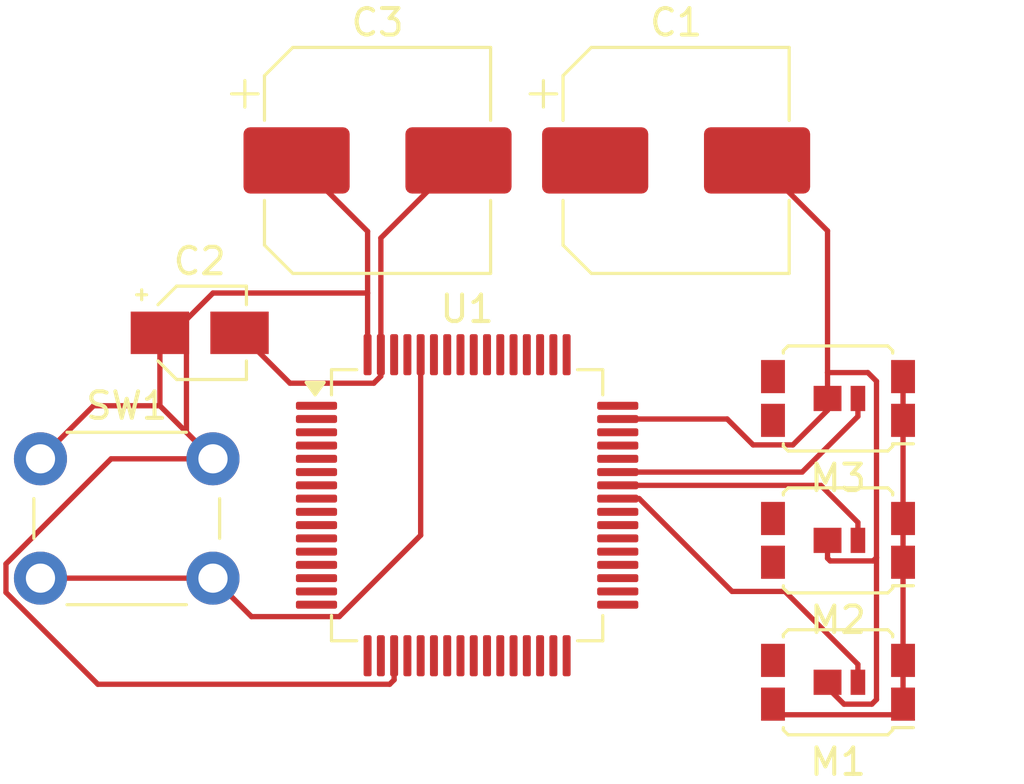
<source format=kicad_pcb>
(kicad_pcb (version 20240108) (generator "pcbnew") (generator_version "8.0")
  (layers (0 "F.Cu" signal) (31 "B.Cu" signal) (34 "B.Paste" user) (35 "F.Paste" user) (36 "B.SilkS" user "B.Silkscreen") (37 "F.SilkS" user "F.Silkscreen") (38 "B.Mask" user) (39 "F.Mask" user) (44 "Edge.Cuts" user))
  (net 0 "")
  (net 4 "P,GND")
  (net 7 "P,+12")
  (net 9 "P,+3.3")
  (net 10 "Net-(M1-G)")
  (net 29 "Net-(M2-G)")
  (net 34 "Net-(M3-G)")
  (net 46 "Net-(U1-BOOT0)")
  (footprint "Capacitor_SMD:CP_Elec_8x5.4" (layer "F.Cu") (at 146.7 87.5)
    (property "Reference" "C3" (at 0 -5.2 0) (layer "F.SilkS"))
    (property "Value" "20u,IEC")
    (fp_line (start -5.5 -2.51) (end -4.5 -2.51) (stroke (width 0.12)) (layer "F.SilkS"))
    (fp_line (start -5 -3.01) (end -5 -2.01) (stroke (width 0.12)) (layer "F.SilkS"))
    (fp_line (start -4.26 -3.195563) (end -4.26 -1.51) (stroke (width 0.12)) (layer "F.SilkS"))
    (fp_line (start -4.26 -3.195563) (end -3.195563 -4.26) (stroke (width 0.12)) (layer "F.SilkS"))
    (fp_line (start -4.26 3.195563) (end -4.26 1.51) (stroke (width 0.12)) (layer "F.SilkS"))
    (fp_line (start -4.26 3.195563) (end -3.195563 4.26) (stroke (width 0.12)) (layer "F.SilkS"))
    (fp_line (start -3.195563 -4.26) (end 4.26 -4.26) (stroke (width 0.12)) (layer "F.SilkS"))
    (fp_line (start -3.195563 4.26) (end 4.26 4.26) (stroke (width 0.12)) (layer "F.SilkS"))
    (fp_line (start 4.26 -4.26) (end 4.26 -1.51) (stroke (width 0.12)) (layer "F.SilkS"))
    (fp_line (start 4.26 4.26) (end 4.26 1.51) (stroke (width 0.12)) (layer "F.SilkS"))
    (pad "1" smd roundrect (at -3.05 0) (size 4 2.5) (layers "F.Cu" "F.Paste" "F.Mask") (roundrect_rratio 0.1) (net 9 "P,+3.3"))
    (pad "2" smd roundrect (at 3.05 0) (size 4 2.5) (layers "F.Cu" "F.Paste" "F.Mask") (roundrect_rratio 0.1) (net 4 "P,GND"))
  )
  (footprint "Capacitor_SMD:CP_Elec_3x5.3" (layer "F.Cu") (at 140 94)
    (property "Reference" "C2" (at 0 -2.7 0) (layer "F.SilkS"))
    (property "Value" "20u,IEC")
    (fp_line (start -2.375 -1.435) (end -2 -1.435) (stroke (width 0.12)) (layer "F.SilkS"))
    (fp_line (start -2.1875 -1.6225) (end -2.1875 -1.2475) (stroke (width 0.12)) (layer "F.SilkS"))
    (fp_line (start -1.570563 -1.06) (end -0.870563 -1.76) (stroke (width 0.12)) (layer "F.SilkS"))
    (fp_line (start -1.570563 1.06) (end -0.870563 1.76) (stroke (width 0.12)) (layer "F.SilkS"))
    (fp_line (start -0.870563 -1.76) (end 1.76 -1.76) (stroke (width 0.12)) (layer "F.SilkS"))
    (fp_line (start -0.870563 1.76) (end 1.76 1.76) (stroke (width 0.12)) (layer "F.SilkS"))
    (fp_line (start 1.76 -1.76) (end 1.76 -1.06) (stroke (width 0.12)) (layer "F.SilkS"))
    (fp_line (start 1.76 1.76) (end 1.76 1.06) (stroke (width 0.12)) (layer "F.SilkS"))
    (pad "1" smd rect (at -1.5 0) (size 2.2 1.6) (layers "F.Cu" "F.Paste" "F.Mask") (net 9 "P,+3.3"))
    (pad "2" smd rect (at 1.5 0) (size 2.2 1.6) (layers "F.Cu" "F.Paste" "F.Mask") (net 4 "P,GND"))
  )
  (footprint "Package_DirectFET:DirectFET_SB" (layer "F.Cu") (at 164.05 101.825 180)
    (property "Reference" "M2" (at 0 -3 0) (layer "F.SilkS"))
    (property "Value" "Q-IGFET,N,dep,IEC")
    (fp_line (start 2.06 1.8) (end 1.88 1.98) (stroke (width 0.12)) (layer "F.SilkS"))
    (fp_line (start 2.06 1.71) (end 2.06 1.8) (stroke (width 0.12)) (layer "F.SilkS"))
    (fp_line (start 2.06 -1.71) (end 2.06 -1.8) (stroke (width 0.12)) (layer "F.SilkS"))
    (fp_line (start 2.06 -1.8) (end 1.88 -1.98) (stroke (width 0.12)) (layer "F.SilkS"))
    (fp_line (start -1.88 1.98) (end 1.88 1.98) (stroke (width 0.12)) (layer "F.SilkS"))
    (fp_line (start -1.88 -1.98) (end 1.88 -1.98) (stroke (width 0.12)) (layer "F.SilkS"))
    (fp_line (start -2.06 1.8) (end -1.88 1.98) (stroke (width 0.12)) (layer "F.SilkS"))
    (fp_line (start -2.06 1.71) (end -2.06 1.8) (stroke (width 0.12)) (layer "F.SilkS"))
    (fp_line (start -2.06 -1.71) (end -2.06 -1.8) (stroke (width 0.12)) (layer "F.SilkS"))
    (fp_line (start -2.06 -1.8) (end -1.88 -1.98) (stroke (width 0.12)) (layer "F.SilkS"))
    (fp_line (start -2.84 -1.71) (end -2.06 -1.71) (stroke (width 0.12)) (layer "F.SilkS"))
    (pad "1" smd rect (at -2.45 -0.825 180) (size 0.9 1.25) (layers "F.Cu" "F.Paste" "F.Mask") (net 7 "P,+12"))
    (pad "1" smd rect (at -2.45 0.825 180) (size 0.9 1.25) (layers "F.Cu" "F.Paste" "F.Mask") (net 7 "P,+12"))
    (pad "1" smd rect (at 2.45 -0.825 180) (size 0.9 1.25) (layers "F.Cu" "F.Paste" "F.Mask") (net 7 "P,+12"))
    (pad "1" smd rect (at 2.45 0.825 180) (size 0.9 1.25) (layers "F.Cu" "F.Paste" "F.Mask") (net 7 "P,+12"))
    (pad "2" smd rect (at -0.75 0 180) (size 0.55 0.95) (layers "F.Cu" "F.Paste" "F.Mask") (net 29 "Net-(M2-G)"))
    (pad "3" smd rect (at 0.395 0 180) (size 1.05 0.95) (layers "F.Cu" "F.Paste" "F.Mask") (net 4 "P,GND"))
  )
  (footprint "Capacitor_SMD:CP_Elec_8x5.4" (layer "F.Cu") (at 157.95 87.5)
    (property "Reference" "C1" (at 0 -5.2 0) (layer "F.SilkS"))
    (property "Value" "20u,IEC")
    (fp_line (start -5.5 -2.51) (end -4.5 -2.51) (stroke (width 0.12)) (layer "F.SilkS"))
    (fp_line (start -5 -3.01) (end -5 -2.01) (stroke (width 0.12)) (layer "F.SilkS"))
    (fp_line (start -4.26 -3.195563) (end -4.26 -1.51) (stroke (width 0.12)) (layer "F.SilkS"))
    (fp_line (start -4.26 -3.195563) (end -3.195563 -4.26) (stroke (width 0.12)) (layer "F.SilkS"))
    (fp_line (start -4.26 3.195563) (end -4.26 1.51) (stroke (width 0.12)) (layer "F.SilkS"))
    (fp_line (start -4.26 3.195563) (end -3.195563 4.26) (stroke (width 0.12)) (layer "F.SilkS"))
    (fp_line (start -3.195563 -4.26) (end 4.26 -4.26) (stroke (width 0.12)) (layer "F.SilkS"))
    (fp_line (start -3.195563 4.26) (end 4.26 4.26) (stroke (width 0.12)) (layer "F.SilkS"))
    (fp_line (start 4.26 -4.26) (end 4.26 -1.51) (stroke (width 0.12)) (layer "F.SilkS"))
    (fp_line (start 4.26 4.26) (end 4.26 1.51) (stroke (width 0.12)) (layer "F.SilkS"))
    (pad "1" smd roundrect (at -3.05 0) (size 4 2.5) (layers "F.Cu" "F.Paste" "F.Mask") (roundrect_rratio 0.1) (net 9 "P,+3.3"))
    (pad "2" smd roundrect (at 3.05 0) (size 4 2.5) (layers "F.Cu" "F.Paste" "F.Mask") (roundrect_rratio 0.1) (net 4 "P,GND"))
  )
  (footprint "Package_DirectFET:DirectFET_SB" (layer "F.Cu") (at 164.05 96.475 180)
    (property "Reference" "M3" (at 0 -3 0) (layer "F.SilkS"))
    (property "Value" "Q-IGFET,N,dep,IEC")
    (fp_line (start 2.06 1.8) (end 1.88 1.98) (stroke (width 0.12)) (layer "F.SilkS"))
    (fp_line (start 2.06 1.71) (end 2.06 1.8) (stroke (width 0.12)) (layer "F.SilkS"))
    (fp_line (start 2.06 -1.71) (end 2.06 -1.8) (stroke (width 0.12)) (layer "F.SilkS"))
    (fp_line (start 2.06 -1.8) (end 1.88 -1.98) (stroke (width 0.12)) (layer "F.SilkS"))
    (fp_line (start -1.88 1.98) (end 1.88 1.98) (stroke (width 0.12)) (layer "F.SilkS"))
    (fp_line (start -1.88 -1.98) (end 1.88 -1.98) (stroke (width 0.12)) (layer "F.SilkS"))
    (fp_line (start -2.06 1.8) (end -1.88 1.98) (stroke (width 0.12)) (layer "F.SilkS"))
    (fp_line (start -2.06 1.71) (end -2.06 1.8) (stroke (width 0.12)) (layer "F.SilkS"))
    (fp_line (start -2.06 -1.71) (end -2.06 -1.8) (stroke (width 0.12)) (layer "F.SilkS"))
    (fp_line (start -2.06 -1.8) (end -1.88 -1.98) (stroke (width 0.12)) (layer "F.SilkS"))
    (fp_line (start -2.84 -1.71) (end -2.06 -1.71) (stroke (width 0.12)) (layer "F.SilkS"))
    (pad "1" smd rect (at -2.45 -0.825 180) (size 0.9 1.25) (layers "F.Cu" "F.Paste" "F.Mask") (net 7 "P,+12"))
    (pad "1" smd rect (at -2.45 0.825 180) (size 0.9 1.25) (layers "F.Cu" "F.Paste" "F.Mask") (net 7 "P,+12"))
    (pad "1" smd rect (at 2.45 -0.825 180) (size 0.9 1.25) (layers "F.Cu" "F.Paste" "F.Mask") (net 7 "P,+12"))
    (pad "1" smd rect (at 2.45 0.825 180) (size 0.9 1.25) (layers "F.Cu" "F.Paste" "F.Mask") (net 7 "P,+12"))
    (pad "2" smd rect (at -0.75 0 180) (size 0.55 0.95) (layers "F.Cu" "F.Paste" "F.Mask") (net 34 "Net-(M3-G)"))
    (pad "3" smd rect (at 0.395 0 180) (size 1.05 0.95) (layers "F.Cu" "F.Paste" "F.Mask") (net 4 "P,GND"))
  )
  (footprint "Package_DirectFET:DirectFET_SB" (layer "F.Cu") (at 164.05 107.175 180)
    (property "Reference" "M1" (at 0 -3 0) (layer "F.SilkS"))
    (property "Value" "Q-IGFET,N,dep,IEC" (hide yes))
    (fp_line (start 2.06 1.8) (end 1.88 1.98) (stroke (width 0.12)) (layer "F.SilkS"))
    (fp_line (start 2.06 1.71) (end 2.06 1.8) (stroke (width 0.12)) (layer "F.SilkS"))
    (fp_line (start 2.06 -1.71) (end 2.06 -1.8) (stroke (width 0.12)) (layer "F.SilkS"))
    (fp_line (start 2.06 -1.8) (end 1.88 -1.98) (stroke (width 0.12)) (layer "F.SilkS"))
    (fp_line (start -1.88 1.98) (end 1.88 1.98) (stroke (width 0.12)) (layer "F.SilkS"))
    (fp_line (start -1.88 -1.98) (end 1.88 -1.98) (stroke (width 0.12)) (layer "F.SilkS"))
    (fp_line (start -2.06 1.8) (end -1.88 1.98) (stroke (width 0.12)) (layer "F.SilkS"))
    (fp_line (start -2.06 1.71) (end -2.06 1.8) (stroke (width 0.12)) (layer "F.SilkS"))
    (fp_line (start -2.06 -1.71) (end -2.06 -1.8) (stroke (width 0.12)) (layer "F.SilkS"))
    (fp_line (start -2.06 -1.8) (end -1.88 -1.98) (stroke (width 0.12)) (layer "F.SilkS"))
    (fp_line (start -2.84 -1.71) (end -2.06 -1.71) (stroke (width 0.12)) (layer "F.SilkS"))
    (pad "1" smd rect (at -2.45 -0.825 180) (size 0.9 1.25) (layers "F.Cu" "F.Paste" "F.Mask") (net 7 "P,+12"))
    (pad "1" smd rect (at -2.45 0.825 180) (size 0.9 1.25) (layers "F.Cu" "F.Paste" "F.Mask") (net 7 "P,+12"))
    (pad "1" smd rect (at 2.45 -0.825 180) (size 0.9 1.25) (layers "F.Cu" "F.Paste" "F.Mask") (net 7 "P,+12"))
    (pad "1" smd rect (at 2.45 0.825 180) (size 0.9 1.25) (layers "F.Cu" "F.Paste" "F.Mask") (net 7 "P,+12"))
    (pad "2" smd rect (at -0.75 0 180) (size 0.55 0.95) (layers "F.Cu" "F.Paste" "F.Mask") (net 10 "Net-(M1-G)"))
    (pad "3" smd rect (at 0.395 0 180) (size 1.05 0.95) (layers "F.Cu" "F.Paste" "F.Mask") (net 4 "P,GND"))
  )
  (footprint "Button_Switch_THT:SW_PUSH_6mm" (layer "F.Cu") (at 134 98.75)
    (property "Reference" "SW1" (at 3.25 -2 0) (layer "F.SilkS"))
    (property "Value" "Push_Button")
    (fp_line (start -0.25 1.5) (end -0.25 3) (stroke (width 0.12)) (layer "F.SilkS"))
    (fp_line (start 1 5.5) (end 5.5 5.5) (stroke (width 0.12)) (layer "F.SilkS"))
    (fp_line (start 5.5 -1) (end 1 -1) (stroke (width 0.12)) (layer "F.SilkS"))
    (fp_line (start 6.75 3) (end 6.75 1.5) (stroke (width 0.12)) (layer "F.SilkS"))
    (pad "1" thru_hole circle (at 0 0 90) (size 2 2) (drill 1.1) (layers "*.Cu" "*.Mask") (net 9 "P,+3.3"))
    (pad "1" thru_hole circle (at 6.5 0 90) (size 2 2) (drill 1.1) (layers "*.Cu" "*.Mask") (net 9 "P,+3.3"))
    (pad "2" thru_hole circle (at 0 4.5 90) (size 2 2) (drill 1.1) (layers "*.Cu" "*.Mask") (net 46 "Net-(U1-BOOT0)"))
    (pad "2" thru_hole circle (at 6.5 4.5 90) (size 2 2) (drill 1.1) (layers "*.Cu" "*.Mask") (net 46 "Net-(U1-BOOT0)"))
  )
  (footprint "Package_QFP:LQFP-64_10x10mm_P0.5mm" (layer "F.Cu") (at 150.075 100.5)
    (property "Reference" "U1" (at 0 -7.4 0) (layer "F.SilkS"))
    (property "Value" "STM32F411RETx")
    (fp_line (start -5.11 -5.11) (end -5.11 -4.16) (stroke (width 0.12)) (layer "F.SilkS"))
    (fp_line (start -5.11 5.11) (end -5.11 4.16) (stroke (width 0.12)) (layer "F.SilkS"))
    (fp_line (start -4.16 -5.11) (end -5.11 -5.11) (stroke (width 0.12)) (layer "F.SilkS"))
    (fp_line (start -4.16 5.11) (end -5.11 5.11) (stroke (width 0.12)) (layer "F.SilkS"))
    (fp_line (start 4.16 -5.11) (end 5.11 -5.11) (stroke (width 0.12)) (layer "F.SilkS"))
    (fp_line (start 4.16 5.11) (end 5.11 5.11) (stroke (width 0.12)) (layer "F.SilkS"))
    (fp_line (start 5.11 -5.11) (end 5.11 -4.16) (stroke (width 0.12)) (layer "F.SilkS"))
    (fp_line (start 5.11 5.11) (end 5.11 4.16) (stroke (width 0.12)) (layer "F.SilkS"))
    (fp_poly (pts (xy -5.725 -4.16) (xy -6.065 -4.63) (xy -5.385 -4.63) (xy -5.725 -4.16)) (stroke (width 0.12)) (fill solid) (layer "F.SilkS"))
    (pad "1" smd roundrect (at -5.675 -3.75) (size 1.55 0.3) (layers "F.Cu" "F.Paste" "F.Mask") (net 9 "P,+3.3"))
    (pad "2" smd roundrect (at -5.675 -3.25) (size 1.55 0.3) (layers "F.Cu" "F.Paste" "F.Mask"))
    (pad "3" smd roundrect (at -5.675 -2.75) (size 1.55 0.3) (layers "F.Cu" "F.Paste" "F.Mask"))
    (pad "4" smd roundrect (at -5.675 -2.25) (size 1.55 0.3) (layers "F.Cu" "F.Paste" "F.Mask"))
    (pad "5" smd roundrect (at -5.675 -1.75) (size 1.55 0.3) (layers "F.Cu" "F.Paste" "F.Mask"))
    (pad "6" smd roundrect (at -5.675 -1.25) (size 1.55 0.3) (layers "F.Cu" "F.Paste" "F.Mask"))
    (pad "7" smd roundrect (at -5.675 -0.75) (size 1.55 0.3) (layers "F.Cu" "F.Paste" "F.Mask"))
    (pad "8" smd roundrect (at -5.675 -0.25) (size 1.55 0.3) (layers "F.Cu" "F.Paste" "F.Mask"))
    (pad "9" smd roundrect (at -5.675 0.25) (size 1.55 0.3) (layers "F.Cu" "F.Paste" "F.Mask"))
    (pad "10" smd roundrect (at -5.675 0.75) (size 1.55 0.3) (layers "F.Cu" "F.Paste" "F.Mask"))
    (pad "11" smd roundrect (at -5.675 1.25) (size 1.55 0.3) (layers "F.Cu" "F.Paste" "F.Mask"))
    (pad "12" smd roundrect (at -5.675 1.75) (size 1.55 0.3) (layers "F.Cu" "F.Paste" "F.Mask") (net 4 "P,GND"))
    (pad "13" smd roundrect (at -5.675 2.25) (size 1.55 0.3) (layers "F.Cu" "F.Paste" "F.Mask") (net 9 "P,+3.3"))
    (pad "14" smd roundrect (at -5.675 2.75) (size 1.55 0.3) (layers "F.Cu" "F.Paste" "F.Mask"))
    (pad "15" smd roundrect (at -5.675 3.25) (size 1.55 0.3) (layers "F.Cu" "F.Paste" "F.Mask"))
    (pad "16" smd roundrect (at -5.675 3.75) (size 1.55 0.3) (layers "F.Cu" "F.Paste" "F.Mask"))
    (pad "17" smd roundrect (at -3.75 5.675) (size 0.3 1.55) (layers "F.Cu" "F.Paste" "F.Mask"))
    (pad "18" smd roundrect (at -3.25 5.675) (size 0.3 1.55) (layers "F.Cu" "F.Paste" "F.Mask") (net 4 "P,GND"))
    (pad "19" smd roundrect (at -2.75 5.675) (size 0.3 1.55) (layers "F.Cu" "F.Paste" "F.Mask") (net 9 "P,+3.3"))
    (pad "20" smd roundrect (at -2.25 5.675) (size 0.3 1.55) (layers "F.Cu" "F.Paste" "F.Mask"))
    (pad "21" smd roundrect (at -1.75 5.675) (size 0.3 1.55) (layers "F.Cu" "F.Paste" "F.Mask"))
    (pad "22" smd roundrect (at -1.25 5.675) (size 0.3 1.55) (layers "F.Cu" "F.Paste" "F.Mask"))
    (pad "23" smd roundrect (at -0.75 5.675) (size 0.3 1.55) (layers "F.Cu" "F.Paste" "F.Mask"))
    (pad "24" smd roundrect (at -0.25 5.675) (size 0.3 1.55) (layers "F.Cu" "F.Paste" "F.Mask"))
    (pad "25" smd roundrect (at 0.25 5.675) (size 0.3 1.55) (layers "F.Cu" "F.Paste" "F.Mask"))
    (pad "26" smd roundrect (at 0.75 5.675) (size 0.3 1.55) (layers "F.Cu" "F.Paste" "F.Mask"))
    (pad "27" smd roundrect (at 1.25 5.675) (size 0.3 1.55) (layers "F.Cu" "F.Paste" "F.Mask"))
    (pad "28" smd roundrect (at 1.75 5.675) (size 0.3 1.55) (layers "F.Cu" "F.Paste" "F.Mask"))
    (pad "29" smd roundrect (at 2.25 5.675) (size 0.3 1.55) (layers "F.Cu" "F.Paste" "F.Mask"))
    (pad "30" smd roundrect (at 2.75 5.675) (size 0.3 1.55) (layers "F.Cu" "F.Paste" "F.Mask"))
    (pad "31" smd roundrect (at 3.25 5.675) (size 0.3 1.55) (layers "F.Cu" "F.Paste" "F.Mask") (net 4 "P,GND"))
    (pad "32" smd roundrect (at 3.75 5.675) (size 0.3 1.55) (layers "F.Cu" "F.Paste" "F.Mask") (net 9 "P,+3.3"))
    (pad "33" smd roundrect (at 5.675 3.75) (size 1.55 0.3) (layers "F.Cu" "F.Paste" "F.Mask"))
    (pad "34" smd roundrect (at 5.675 3.25) (size 1.55 0.3) (layers "F.Cu" "F.Paste" "F.Mask"))
    (pad "35" smd roundrect (at 5.675 2.75) (size 1.55 0.3) (layers "F.Cu" "F.Paste" "F.Mask"))
    (pad "36" smd roundrect (at 5.675 2.25) (size 1.55 0.3) (layers "F.Cu" "F.Paste" "F.Mask"))
    (pad "37" smd roundrect (at 5.675 1.75) (size 1.55 0.3) (layers "F.Cu" "F.Paste" "F.Mask"))
    (pad "38" smd roundrect (at 5.675 1.25) (size 1.55 0.3) (layers "F.Cu" "F.Paste" "F.Mask"))
    (pad "39" smd roundrect (at 5.675 0.75) (size 1.55 0.3) (layers "F.Cu" "F.Paste" "F.Mask"))
    (pad "40" smd roundrect (at 5.675 0.25) (size 1.55 0.3) (layers "F.Cu" "F.Paste" "F.Mask"))
    (pad "41" smd roundrect (at 5.675 -0.25) (size 1.55 0.3) (layers "F.Cu" "F.Paste" "F.Mask") (net 10 "Net-(M1-G)"))
    (pad "42" smd roundrect (at 5.675 -0.75) (size 1.55 0.3) (layers "F.Cu" "F.Paste" "F.Mask") (net 29 "Net-(M2-G)"))
    (pad "43" smd roundrect (at 5.675 -1.25) (size 1.55 0.3) (layers "F.Cu" "F.Paste" "F.Mask") (net 34 "Net-(M3-G)"))
    (pad "44" smd roundrect (at 5.675 -1.75) (size 1.55 0.3) (layers "F.Cu" "F.Paste" "F.Mask"))
    (pad "45" smd roundrect (at 5.675 -2.25) (size 1.55 0.3) (layers "F.Cu" "F.Paste" "F.Mask"))
    (pad "46" smd roundrect (at 5.675 -2.75) (size 1.55 0.3) (layers "F.Cu" "F.Paste" "F.Mask"))
    (pad "47" smd roundrect (at 5.675 -3.25) (size 1.55 0.3) (layers "F.Cu" "F.Paste" "F.Mask") (net 4 "P,GND"))
    (pad "48" smd roundrect (at 5.675 -3.75) (size 1.55 0.3) (layers "F.Cu" "F.Paste" "F.Mask") (net 9 "P,+3.3"))
    (pad "49" smd roundrect (at 3.75 -5.675) (size 0.3 1.55) (layers "F.Cu" "F.Paste" "F.Mask"))
    (pad "50" smd roundrect (at 3.25 -5.675) (size 0.3 1.55) (layers "F.Cu" "F.Paste" "F.Mask"))
    (pad "51" smd roundrect (at 2.75 -5.675) (size 0.3 1.55) (layers "F.Cu" "F.Paste" "F.Mask"))
    (pad "52" smd roundrect (at 2.25 -5.675) (size 0.3 1.55) (layers "F.Cu" "F.Paste" "F.Mask"))
    (pad "53" smd roundrect (at 1.75 -5.675) (size 0.3 1.55) (layers "F.Cu" "F.Paste" "F.Mask"))
    (pad "54" smd roundrect (at 1.25 -5.675) (size 0.3 1.55) (layers "F.Cu" "F.Paste" "F.Mask"))
    (pad "55" smd roundrect (at 0.75 -5.675) (size 0.3 1.55) (layers "F.Cu" "F.Paste" "F.Mask"))
    (pad "56" smd roundrect (at 0.25 -5.675) (size 0.3 1.55) (layers "F.Cu" "F.Paste" "F.Mask"))
    (pad "57" smd roundrect (at -0.25 -5.675) (size 0.3 1.55) (layers "F.Cu" "F.Paste" "F.Mask"))
    (pad "58" smd roundrect (at -0.75 -5.675) (size 0.3 1.55) (layers "F.Cu" "F.Paste" "F.Mask"))
    (pad "59" smd roundrect (at -1.25 -5.675) (size 0.3 1.55) (layers "F.Cu" "F.Paste" "F.Mask"))
    (pad "60" smd roundrect (at -1.75 -5.675) (size 0.3 1.55) (layers "F.Cu" "F.Paste" "F.Mask") (net 46 "Net-(U1-BOOT0)"))
    (pad "61" smd roundrect (at -2.25 -5.675) (size 0.3 1.55) (layers "F.Cu" "F.Paste" "F.Mask"))
    (pad "62" smd roundrect (at -2.75 -5.675) (size 0.3 1.55) (layers "F.Cu" "F.Paste" "F.Mask"))
    (pad "63" smd roundrect (at -3.25 -5.675) (size 0.3 1.55) (layers "F.Cu" "F.Paste" "F.Mask") (net 4 "P,GND"))
    (pad "64" smd roundrect (at -3.75 -5.675) (size 0.3 1.55) (layers "F.Cu" "F.Paste" "F.Mask") (net 9 "P,+3.3"))
  )
  (segment (start 163.655 90.155) (end 163.655 95.5) (width 0.2) (layer "F.Cu") (net 4))
  (segment (start 146.55741 95.9) (end 146.825 95.63241) (width 0.2) (layer "F.Cu") (net 4))
  (segment (start 165.375 102.6) (end 165.5 102.475) (width 0.2) (layer "F.Cu") (net 4))
  (segment (start 165.5 107.825) (end 165.5 102.475) (width 0.2) (layer "F.Cu") (net 4))
  (segment (start 146.825 95.63241) (end 146.825 94.825) (width 0.2) (layer "F.Cu") (net 4))
  (segment (start 146.825 94.825) (end 146.825 90.425) (width 0.2) (layer "F.Cu") (net 4))
  (segment (start 165.5 102.475) (end 165.5 95.825) (width 0.2) (layer "F.Cu") (net 4))
  (segment (start 165.5 95.825) (end 165.175 95.5) (width 0.2) (layer "F.Cu") (net 4))
  (segment (start 146.825 90.425) (end 149.75 87.5) (width 0.2) (layer "F.Cu") (net 4))
  (segment (start 159.875 97.25) (end 160.85 98.225) (width 0.2) (layer "F.Cu") (net 4))
  (segment (start 162.35 98.225) (end 163.655 96.92) (width 0.2) (layer "F.Cu") (net 4))
  (segment (start 155.75 97.25) (end 159.875 97.25) (width 0.2) (layer "F.Cu") (net 4))
  (segment (start 163.655 96.92) (end 163.655 96.475) (width 0.2) (layer "F.Cu") (net 4))
  (segment (start 163.655 107.175) (end 163.655 107.38) (width 0.2) (layer "F.Cu") (net 4))
  (segment (start 165.325 108) (end 165.5 107.825) (width 0.2) (layer "F.Cu") (net 4))
  (segment (start 161 87.5) (end 163.655 90.155) (width 0.2) (layer "F.Cu") (net 4))
  (segment (start 143.4 95.9) (end 146.55741 95.9) (width 0.2) (layer "F.Cu") (net 4))
  (segment (start 163.655 101.825) (end 163.655 102.5) (width 0.2) (layer "F.Cu") (net 4))
  (segment (start 163.755 102.6) (end 165.375 102.6) (width 0.2) (layer "F.Cu") (net 4))
  (segment (start 163.655 102.5) (end 163.755 102.6) (width 0.2) (layer "F.Cu") (net 4))
  (segment (start 164.275 108) (end 165.325 108) (width 0.2) (layer "F.Cu") (net 4))
  (segment (start 163.655 95.5) (end 163.655 96.475) (width 0.2) (layer "F.Cu") (net 4))
  (segment (start 165.175 95.5) (end 163.655 95.5) (width 0.2) (layer "F.Cu") (net 4))
  (segment (start 163.655 107.38) (end 164.275 108) (width 0.2) (layer "F.Cu") (net 4))
  (segment (start 141.5 94) (end 143.4 95.9) (width 0.2) (layer "F.Cu") (net 4))
  (segment (start 160.85 98.225) (end 162.35 98.225) (width 0.2) (layer "F.Cu") (net 4))
  (segment (start 166.5 108) (end 166.1 108.4) (width 0.2) (layer "F.Cu") (net 7))
  (segment (start 166.1 108.4) (end 162 108.4) (width 0.2) (layer "F.Cu") (net 7))
  (segment (start 162 108.4) (end 161.6 108) (width 0.2) (layer "F.Cu") (net 7))
  (segment (start 166.5 101) (end 166.5 97.3) (width 0.2) (layer "F.Cu") (net 7))
  (segment (start 166.5 102.65) (end 166.5 101) (width 0.2) (layer "F.Cu") (net 7))
  (segment (start 166.5 108) (end 166.5 106.35) (width 0.2) (layer "F.Cu") (net 7))
  (segment (start 166.5 97.3) (end 166.5 95.65) (width 0.2) (layer "F.Cu") (net 7))
  (segment (start 166.5 106.35) (end 166.5 102.65) (width 0.2) (layer "F.Cu") (net 7))
  (segment (start 138.5 96.75) (end 140.5 98.75) (width 0.2) (layer "F.Cu") (net 9))
  (segment (start 140.5 98.75) (end 136.661522 98.75) (width 0.2) (layer "F.Cu") (net 9))
  (segment (start 146.325 90.175) (end 143.65 87.5) (width 0.2) (layer "F.Cu") (net 9))
  (segment (start 147.15741 107.25) (end 147.325 107.08241) (width 0.2) (layer "F.Cu") (net 9))
  (segment (start 140.5 92.5) (end 146.325 92.5) (width 0.2) (layer "F.Cu") (net 9))
  (segment (start 132.7 102.711522) (end 132.7 103.788478) (width 0.2) (layer "F.Cu") (net 9))
  (segment (start 136.161522 107.25) (end 147.15741 107.25) (width 0.2) (layer "F.Cu") (net 9))
  (segment (start 138.5 94) (end 138.5 96.75) (width 0.2) (layer "F.Cu") (net 9))
  (segment (start 139.5 93.5) (end 140.5 92.5) (width 0.2) (layer "F.Cu") (net 9))
  (segment (start 140.5 98.75) (end 139.5 97.75) (width 0.2) (layer "F.Cu") (net 9))
  (segment (start 136.661522 98.75) (end 132.7 102.711522) (width 0.2) (layer "F.Cu") (net 9))
  (segment (start 134 98.75) (end 136 96.75) (width 0.2) (layer "F.Cu") (net 9))
  (segment (start 136 96.75) (end 138.5 96.75) (width 0.2) (layer "F.Cu") (net 9))
  (segment (start 147.325 107.08241) (end 147.325 106.175) (width 0.2) (layer "F.Cu") (net 9))
  (segment (start 132.7 103.788478) (end 136.161522 107.25) (width 0.2) (layer "F.Cu") (net 9))
  (segment (start 146.325 92.5) (end 146.325 90.175) (width 0.2) (layer "F.Cu") (net 9))
  (segment (start 146.325 94.825) (end 146.325 92.5) (width 0.2) (layer "F.Cu") (net 9))
  (segment (start 139.5 97.75) (end 139.5 93.5) (width 0.2) (layer "F.Cu") (net 9))
  (segment (start 160.05741 103.75) (end 156.55741 100.25) (width 0.2) (layer "F.Cu") (net 10))
  (segment (start 164.8 106.5) (end 162.05 103.75) (width 0.2) (layer "F.Cu") (net 10))
  (segment (start 164.8 107.175) (end 164.8 106.5) (width 0.2) (layer "F.Cu") (net 10))
  (segment (start 156.55741 100.25) (end 155.75 100.25) (width 0.2) (layer "F.Cu") (net 10))
  (segment (start 162.05 103.75) (end 160.05741 103.75) (width 0.2) (layer "F.Cu") (net 10))
  (segment (start 164.8 101.825) (end 164.8 101.15) (width 0.2) (layer "F.Cu") (net 29))
  (segment (start 163.4 99.75) (end 155.75 99.75) (width 0.2) (layer "F.Cu") (net 29))
  (segment (start 164.8 101.15) (end 163.4 99.75) (width 0.2) (layer "F.Cu") (net 29))
  (segment (start 164.8 96.475) (end 164.8 97.15) (width 0.2) (layer "F.Cu") (net 34))
  (segment (start 162.7 99.25) (end 155.75 99.25) (width 0.2) (layer "F.Cu") (net 34))
  (segment (start 164.8 97.15) (end 162.7 99.25) (width 0.2) (layer "F.Cu") (net 34))
  (segment (start 141.95 104.7) (end 145.25741 104.7) (width 0.2) (layer "F.Cu") (net 46))
  (segment (start 145.25741 104.7) (end 148.325 101.63241) (width 0.2) (layer "F.Cu") (net 46))
  (segment (start 140.5 103.25) (end 141.95 104.7) (width 0.2) (layer "F.Cu") (net 46))
  (segment (start 148.325 101.63241) (end 148.325 94.825) (width 0.2) (layer "F.Cu") (net 46))
  (segment (start 134 103.25) (end 140.5 103.25) (width 0.2) (layer "F.Cu") (net 46))
)
</source>
